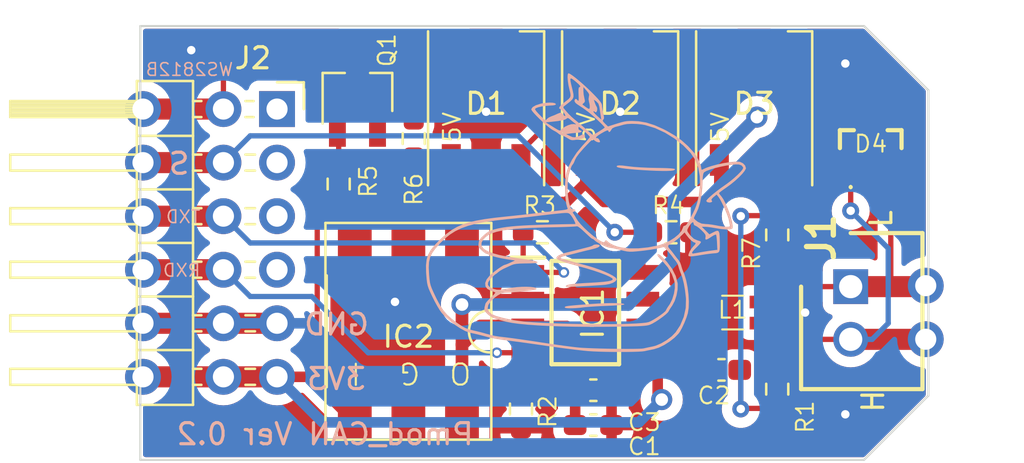
<source format=kicad_pcb>
(kicad_pcb (version 20240108) (generator "pcbnew") (generator_version "8.0")
  (layers (0 "F.Cu" signal) (31 "B.Cu" signal) (34 "B.Paste" user) (35 "F.Paste" user) (36 "B.SilkS" user "B.Silkscreen") (37 "F.SilkS" user "F.Silkscreen") (38 "B.Mask" user) (39 "F.Mask" user) (44 "Edge.Cuts" user))
  (net 0 "")
  (net 1 "GND")
  (net 2 "/+5V")
  (net 3 "Net-(D1-DOUT)")
  (net 4 "Net-(D1-DIN)")
  (net 5 "Net-(D2-DOUT)")
  (net 7 "Net-(IC1-TXD)")
  (net 8 "Net-(IC1-RXD)")
  (net 9 "+3V3")
  (net 10 "Net-(IC1-CANL)")
  (net 11 "Net-(IC1-CANH)")
  (net 12 "Net-(IC1-S)")
  (net 13 "Net-(C2-Pad1)")
  (net 14 "Net-(J4-Pin_2)")
  (net 15 "Net-(J4-Pin_1)")
  (net 18 "Net-(Q1-B)")
  (net 21 "Net-(J2-Pin_7)")
  (footprint "SamacSys_Parts:SOIC127P600X175-8N" (layer "F.Cu") (at 154.178 101.473)
    (property "Reference" "IC1" (at 0.3556 0.0508 90) (layer "F.SilkS"))
    (property "Value" "TJA1441AT" (hide yes))
    (pad "1" smd rect (at -2.725 -1.905 90) (size 0.7 1.55) (layers "F.Cu" "F.Paste" "F.Mask") (net 7 "Net-(IC1-TXD)"))
    (pad "2" smd rect (at -2.725 -0.635 90) (size 0.7 1.55) (layers "F.Cu" "F.Paste" "F.Mask") (net 1 "GND"))
    (pad "3" smd rect (at -2.725 0.635 90) (size 0.7 1.55) (layers "F.Cu" "F.Paste" "F.Mask") (net 2 "/+5V"))
    (pad "4" smd rect (at -2.725 1.905 90) (size 0.7 1.55) (layers "F.Cu" "F.Paste" "F.Mask") (net 8 "Net-(IC1-RXD)"))
    (pad "5" smd rect (at 2.725 1.905 90) (size 0.7 1.55) (layers "F.Cu" "F.Paste" "F.Mask") (net 9 "+3V3"))
    (pad "6" smd rect (at 2.725 0.635 90) (size 0.7 1.55) (layers "F.Cu" "F.Paste" "F.Mask") (net 10 "Net-(IC1-CANL)"))
    (pad "7" smd rect (at 2.725 -0.635 90) (size 0.7 1.55) (layers "F.Cu" "F.Paste" "F.Mask") (net 11 "Net-(IC1-CANH)"))
    (pad "8" smd rect (at 2.725 -1.905 90) (size 0.7 1.55) (layers "F.Cu" "F.Paste" "F.Mask") (net 12 "Net-(IC1-S)"))
  )
  (footprint "MyLibrary:Pmod" (layer "F.Cu") (at 139.573 91.821)
    (property "Reference" "J2" (at -1.143 -2.413 0) (layer "F.SilkS"))
    (property "Value" "Pmod_Header" (hide yes))
    (pad "1" thru_hole rect (at 0 0) (size 1.7 1.7) (drill 1) (layers "*.Cu" "*.Mask"))
    (pad "2" thru_hole oval (at 0 2.54) (size 1.7 1.7) (drill 1) (layers "*.Cu" "*.Mask"))
    (pad "3" thru_hole oval (at 0 5.08) (size 1.7 1.7) (drill 1) (layers "*.Cu" "*.Mask"))
    (pad "4" thru_hole oval (at 0 7.62) (size 1.7 1.7) (drill 1) (layers "*.Cu" "*.Mask"))
    (pad "5" thru_hole oval (at 0 10.16) (size 1.7 1.7) (drill 1) (layers "*.Cu" "*.Mask") (net 1 "GND"))
    (pad "6" thru_hole oval (at 0 12.7) (size 1.7 1.7) (drill 1) (layers "*.Cu" "*.Mask") (net 9 "+3V3"))
    (pad "7" thru_hole oval (at -2.54 0) (size 1.7 1.7) (drill 1) (layers "*.Cu" "*.Mask") (net 21 "Net-(J2-Pin_7)"))
    (pad "8" thru_hole oval (at -2.54 2.54) (size 1.7 1.7) (drill 1) (layers "*.Cu" "*.Mask") (net 12 "Net-(IC1-S)"))
    (pad "9" thru_hole oval (at -2.54 5.08) (size 1.7 1.7) (drill 1) (layers "*.Cu" "*.Mask") (net 7 "Net-(IC1-TXD)"))
    (pad "10" thru_hole oval (at -2.54 7.62) (size 1.7 1.7) (drill 1) (layers "*.Cu" "*.Mask") (net 8 "Net-(IC1-RXD)"))
    (pad "11" thru_hole oval (at -2.54 10.16) (size 1.7 1.7) (drill 1) (layers "*.Cu" "*.Mask") (net 1 "GND"))
    (pad "12" thru_hole oval (at -2.54 12.7) (size 1.7 1.7) (drill 1) (layers "*.Cu" "*.Mask") (net 9 "+3V3"))
  )
  (footprint "Resistor_SMD:R_0603_1608Metric_Pad0.98x0.95mm_HandSolder" (layer "F.Cu") (at 163.2712 97.79 90)
    (property "Reference" "R7" (at -0.889 -1.2192 -90) (layer "F.SilkS") (effects (font (size 0.8 0.8) (thickness 0.1))))
    (property "Value" "60.4")
    (pad "1" smd roundrect (at -0.9125 0 90) (size 0.975 0.95) (layers "F.Cu" "F.Paste" "F.Mask") (net 15 "Net-(J4-Pin_1)"))
    (pad "2" smd roundrect (at 0.9125 0 90) (size 0.975 0.95) (layers "F.Cu" "F.Paste" "F.Mask") (net 13 "Net-(C2-Pad1)"))
  )
  (footprint "Capacitor_SMD:C_0603_1608Metric_Pad1.08x0.95mm_HandSolder" (layer "F.Cu") (at 154.559 106.807 180)
    (property "Reference" "C1" (at -2.413 -1.016 180) (layer "F.SilkS") (effects (font (size 0.8 0.8) (thickness 0.1))))
    (property "Value" "0.1u")
    (pad "1" smd roundrect (at -0.8625 0 180) (size 1.075 0.95) (layers "F.Cu" "F.Paste" "F.Mask") (net 1 "GND"))
    (pad "2" smd roundrect (at 0.8625 0 180) (size 1.075 0.95) (layers "F.Cu" "F.Paste" "F.Mask") (net 2 "/+5V"))
  )
  (footprint "Capacitor_SMD:C_0603_1608Metric_Pad1.08x0.95mm_HandSolder" (layer "F.Cu") (at 160.6296 104.1908 180)
    (property "Reference" "C2" (at 0.3556 -1.2192 180) (layer "F.SilkS") (effects (font (size 0.8 0.8) (thickness 0.1))))
    (property "Value" "4.7n")
    (pad "1" smd roundrect (at -0.8625 0 180) (size 1.075 0.95) (layers "F.Cu" "F.Paste" "F.Mask") (net 13 "Net-(C2-Pad1)"))
    (pad "2" smd roundrect (at 0.8625 0 180) (size 1.075 0.95) (layers "F.Cu" "F.Paste" "F.Mask") (net 1 "GND"))
  )
  (footprint "LED_SMD:LED_WS2812B_PLCC4_5.0x5.0mm_P3.2mm" (layer "F.Cu") (at 162.178 91.784 90)
    (property "Reference" "D3" (at 0.217 0.001 180) (layer "F.SilkS"))
    (property "Value" "WS2812B")
    (pad "1" smd rect (at -2.45 -1.65 90) (size 1.5 0.9) (layers "F.Cu" "F.Paste" "F.Mask") (net 2 "/+5V"))
    (pad "2" smd rect (at -2.45 1.65 90) (size 1.5 0.9) (layers "F.Cu" "F.Paste" "F.Mask"))
    (pad "3" smd rect (at 2.45 1.65 90) (size 1.5 0.9) (layers "F.Cu" "F.Paste" "F.Mask") (net 1 "GND"))
    (pad "4" smd rect (at 2.45 -1.65 90) (size 1.5 0.9) (layers "F.Cu" "F.Paste" "F.Mask") (net 5 "Net-(D2-DOUT)"))
  )
  (footprint "Resistor_SMD:R_0603_1608Metric_Pad0.98x0.95mm_HandSolder" (layer "F.Cu") (at 142.494 95.377 90)
    (property "Reference" "R5" (at 0.127 1.397 -90) (layer "F.SilkS") (effects (font (size 0.8 0.8) (thickness 0.1))))
    (property "Value" "4.7k")
    (pad "1" smd roundrect (at -0.9125 0 90) (size 0.975 0.95) (layers "F.Cu" "F.Paste" "F.Mask") (net 9 "+3V3"))
    (pad "2" smd roundrect (at 0.9125 0 90) (size 0.975 0.95) (layers "F.Cu" "F.Paste" "F.Mask") (net 18 "Net-(Q1-B)"))
  )
  (footprint "Resistor_SMD:R_0603_1608Metric_Pad0.98x0.95mm_HandSolder" (layer "F.Cu") (at 151.13 106.045 -90)
    (property "Reference" "R2" (at 0.127 -1.27 90) (layer "F.SilkS") (effects (font (size 0.8 0.8) (thickness 0.1))))
    (property "Value" "4.7k")
    (pad "1" smd roundrect (at -0.9125 0 270) (size 0.975 0.95) (layers "F.Cu" "F.Paste" "F.Mask") (net 8 "Net-(IC1-RXD)"))
    (pad "2" smd roundrect (at 0.9125 0 270) (size 0.975 0.95) (layers "F.Cu" "F.Paste" "F.Mask") (net 1 "GND"))
  )
  (footprint "Resistor_SMD:R_0603_1608Metric_Pad0.98x0.95mm_HandSolder" (layer "F.Cu") (at 163.2712 105.1052 90)
    (property "Reference" "R1" (at -1.3208 1.3208 -90) (layer "F.SilkS") (effects (font (size 0.8 0.8) (thickness 0.1))))
    (property "Value" "60.4")
    (pad "1" smd roundrect (at -0.9125 0 90) (size 0.975 0.95) (layers "F.Cu" "F.Paste" "F.Mask") (net 13 "Net-(C2-Pad1)"))
    (pad "2" smd roundrect (at 0.9125 0 90) (size 0.975 0.95) (layers "F.Cu" "F.Paste" "F.Mask") (net 14 "Net-(J4-Pin_2)"))
  )
  (footprint "LED_SMD:LED_WS2812B_PLCC4_5.0x5.0mm_P3.2mm" (layer "F.Cu") (at 155.828 91.784 90)
    (property "Reference" "D2" (at 0.217 0.001 180) (layer "F.SilkS"))
    (property "Value" "WS2812B")
    (pad "1" smd rect (at -2.45 -1.65 90) (size 1.5 0.9) (layers "F.Cu" "F.Paste" "F.Mask") (net 2 "/+5V"))
    (pad "2" smd rect (at -2.45 1.65 90) (size 1.5 0.9) (layers "F.Cu" "F.Paste" "F.Mask") (net 5 "Net-(D2-DOUT)"))
    (pad "3" smd rect (at 2.45 1.65 90) (size 1.5 0.9) (layers "F.Cu" "F.Paste" "F.Mask") (net 1 "GND"))
    (pad "4" smd rect (at 2.45 -1.65 90) (size 1.5 0.9) (layers "F.Cu" "F.Paste" "F.Mask") (net 3 "Net-(D1-DOUT)"))
  )
  (footprint "samacsys:SDCW32162222TF" (layer "F.Cu") (at 161.163 101.473)
    (property "Reference" "L1" (at 0 -0.127 0) (layer "F.SilkS") (effects (font (size 0.8 0.8) (thickness 0.1))))
    (property "Value" "SDCW3216-2-222TF" (hide yes))
    (pad "1" smd rect (at -1.325 0.5 90) (size 0.6 1.05) (layers "F.Cu" "F.Paste" "F.Mask") (net 10 "Net-(IC1-CANL)"))
    (pad "2" smd rect (at 1.325 0.5 90) (size 0.6 1.05) (layers "F.Cu" "F.Paste" "F.Mask") (net 14 "Net-(J4-Pin_2)"))
    (pad "3" smd rect (at 1.325 -0.5 90) (size 0.6 1.05) (layers "F.Cu" "F.Paste" "F.Mask") (net 15 "Net-(J4-Pin_1)"))
    (pad "4" smd rect (at -1.325 -0.5 90) (size 0.6 1.05) (layers "F.Cu" "F.Paste" "F.Mask") (net 11 "Net-(IC1-CANH)"))
  )
  (footprint "samacsys:SM24CANB02HTG" (layer "F.Cu") (at 167.701 93.472)
    (property "Reference" "D4" (at 0 0 0) (layer "F.SilkS") (effects (font (size 0.8 0.8) (thickness 0.1))))
    (property "Value" "SM24CANB-02HTG" (hide yes))
    (pad "1" smd rect (at -0.95 1.145) (size 0.78 0.78) (layers "F.Cu" "F.Paste" "F.Mask") (net 14 "Net-(J4-Pin_2)"))
    (pad "2" smd rect (at 0.95 1.145) (size 0.78 0.78) (layers "F.Cu" "F.Paste" "F.Mask") (net 15 "Net-(J4-Pin_1)"))
    (pad "3" smd rect (at 0 -1.145) (size 0.78 0.78) (layers "F.Cu" "F.Paste" "F.Mask") (net 1 "GND"))
  )
  (footprint "Connector_PinHeader_2.54mm:PinHeader_1x02_P2.54mm_Vertical" (layer "F.Cu") (at 170.307 100.198)
    (property "Reference" "J4" (hide yes))
    (property "Value" "Conn_01x02")
    (pad "1" thru_hole circle (at 0 0) (size 1.7 1.7) (drill 1) (layers "*.Cu" "*.Mask") (net 15 "Net-(J4-Pin_1)"))
    (pad "2" thru_hole oval (at 0 2.54) (size 1.7 1.7) (drill 1) (layers "*.Cu" "*.Mask") (net 14 "Net-(J4-Pin_2)"))
  )
  (footprint "SamacSys_Parts:SHDR2W64P0X250_1X2_740X575X700P" (layer "F.Cu") (at 166.751 100.243 -90)
    (property "Reference" "J1" (at -2.326 1.397 90) (layer "F.SilkS") (effects (font (size 1.27 1.27) (thickness 0.254))))
    (property "Value" "B2B-XH-A_LF__SN_" (hide yes))
    (pad "1" thru_hole rect (at 0 0 270) (size 1.65 1.65) (drill 1.1) (layers "*.Cu" "*.Mask") (net 15 "Net-(J4-Pin_1)"))
    (pad "2" thru_hole circle (at 2.5 0 270) (size 1.65 1.65) (drill 1.1) (layers "*.Cu" "*.Mask") (net 14 "Net-(J4-Pin_2)"))
  )
  (footprint "LED_SMD:LED_WS2812B_PLCC4_5.0x5.0mm_P3.2mm" (layer "F.Cu") (at 149.478 91.784 90)
    (property "Reference" "D1" (at 0.217 0 180) (layer "F.SilkS"))
    (property "Value" "WS2812B")
    (pad "1" smd rect (at -2.45 -1.65 90) (size 1.5 0.9) (layers "F.Cu" "F.Paste" "F.Mask") (net 2 "/+5V"))
    (pad "2" smd rect (at -2.45 1.65 90) (size 1.5 0.9) (layers "F.Cu" "F.Paste" "F.Mask") (net 3 "Net-(D1-DOUT)"))
    (pad "3" smd rect (at 2.45 1.65 90) (size 1.5 0.9) (layers "F.Cu" "F.Paste" "F.Mask") (net 1 "GND"))
    (pad "4" smd rect (at 2.45 -1.65 90) (size 1.5 0.9) (layers "F.Cu" "F.Paste" "F.Mask") (net 4 "Net-(D1-DIN)"))
  )
  (footprint "Resistor_SMD:R_0603_1608Metric_Pad0.98x0.95mm_HandSolder" (layer "F.Cu") (at 146.05 93.218 -90)
    (property "Reference" "R6" (at 2.413 0 90) (layer "F.SilkS") (effects (font (size 0.8 0.8) (thickness 0.1))))
    (property "Value" "10k")
    (pad "1" smd roundrect (at -0.9125 0 270) (size 0.975 0.95) (layers "F.Cu" "F.Paste" "F.Mask") (net 4 "Net-(D1-DIN)"))
    (pad "2" smd roundrect (at 0.9125 0 270) (size 0.975 0.95) (layers "F.Cu" "F.Paste" "F.Mask") (net 2 "/+5V"))
  )
  (footprint "Resistor_SMD:R_0603_1608Metric_Pad0.98x0.95mm_HandSolder" (layer "F.Cu") (at 158.242 97.663)
    (property "Reference" "R4" (at -0.127 -1.27 0) (layer "F.SilkS") (effects (font (size 0.8 0.8) (thickness 0.1))))
    (property "Value" "4.7k")
    (pad "1" smd roundrect (at -0.9125 0) (size 0.975 0.95) (layers "F.Cu" "F.Paste" "F.Mask") (net 12 "Net-(IC1-S)"))
    (pad "2" smd roundrect (at 0.9125 0) (size 0.975 0.95) (layers "F.Cu" "F.Paste" "F.Mask") (net 1 "GND"))
  )
  (footprint "Capacitor_SMD:C_0603_1608Metric_Pad1.08x0.95mm_HandSolder" (layer "F.Cu") (at 154.559 105.156 180)
    (property "Reference" "C3" (at -2.413 -1.524 180) (layer "F.SilkS") (effects (font (size 0.8 0.8) (thickness 0.1))))
    (property "Value" "10u")
    (pad "1" smd roundrect (at -0.8625 0 180) (size 1.075 0.95) (layers "F.Cu" "F.Paste" "F.Mask") (net 1 "GND"))
    (pad "2" smd roundrect (at 0.8625 0 180) (size 1.075 0.95) (layers "F.Cu" "F.Paste" "F.Mask") (net 2 "/+5V"))
  )
  (footprint "Connector_PinHeader_2.54mm:PinHeader_1x06_P2.54mm_Vertical" (layer "F.Cu") (at 133.223 91.821)
    (property "Reference" "J3" (hide yes))
    (property "Value" "Conn_01x06")
    (pad "1" thru_hole circle (at 0 0) (size 1.7 1.7) (drill 1) (layers "*.Cu" "*.Mask") (net 21 "Net-(J2-Pin_7)"))
    (pad "2" thru_hole oval (at 0 2.54) (size 1.7 1.7) (drill 1) (layers "*.Cu" "*.Mask") (net 12 "Net-(IC1-S)"))
    (pad "3" thru_hole oval (at 0 5.08) (size 1.7 1.7) (drill 1) (layers "*.Cu" "*.Mask") (net 7 "Net-(IC1-TXD)"))
    (pad "4" thru_hole oval (at 0 7.62) (size 1.7 1.7) (drill 1) (layers "*.Cu" "*.Mask") (net 8 "Net-(IC1-RXD)"))
    (pad "5" thru_hole oval (at 0 10.16) (size 1.7 1.7) (drill 1) (layers "*.Cu" "*.Mask") (net 1 "GND"))
    (pad "6" thru_hole oval (at 0 12.7) (size 1.7 1.7) (drill 1) (layers "*.Cu" "*.Mask") (net 9 "+3V3"))
  )
  (footprint "Package_TO_SOT_SMD:SC-59_Handsoldering" (layer "F.Cu") (at 143.383 91.059 90)
    (property "Reference" "Q1" (at 2.031 1.397 -90) (layer "F.SilkS") (effects (font (size 0.8 0.8) (thickness 0.1))))
    (property "Value" "Q_NPN_BEC")
    (pad "1" smd rect (at -1.65 -0.95 90) (size 1.8 0.8) (layers "F.Cu" "F.Paste" "F.Mask") (net 18 "Net-(Q1-B)"))
    (pad "2" smd rect (at -1.65 0.95 90) (size 1.8 0.8) (layers "F.Cu" "F.Paste" "F.Mask") (net 21 "Net-(J2-Pin_7)"))
    (pad "3" smd rect (at 1.65 0 90) (size 1.8 0.8) (layers "F.Cu" "F.Paste" "F.Mask") (net 4 "Net-(D1-DIN)"))
  )
  (footprint "Resistor_SMD:R_0603_1608Metric_Pad0.98x0.95mm_HandSolder" (layer "F.Cu") (at 152.146 97.663)
    (property "Reference" "R3" (at -0.127 -1.27 0) (layer "F.SilkS") (effects (font (size 0.8 0.8) (thickness 0.1))))
    (property "Value" "4.7k")
    (pad "1" smd roundrect (at -0.9125 0) (size 0.975 0.95) (layers "F.Cu" "F.Paste" "F.Mask") (net 7 "Net-(IC1-TXD)"))
    (pad "2" smd roundrect (at 0.9125 0) (size 0.975 0.95) (layers "F.Cu" "F.Paste" "F.Mask") (net 1 "GND"))
  )
  (footprint "Library:AE-XC9306-5V0" (layer "F.Cu") (at 145.796 102.362 -90)
    (property "Reference" "IC2" (at 0.254 0 180) (layer "F.SilkS"))
    (property "Value" "AE_XC9306-5V0")
    (fp_text user "I" (at 2.667 2.794 0) (layer "F.SilkS") (effects (font (thickness 0.1)) (justify left bottom)))
    (fp_text user "G" (at 1.397 -0.635 180) (layer "F.SilkS") (effects (font (thickness 0.1)) (justify left bottom)))
    (fp_text user "O" (at 1.397 -3.048 180) (layer "F.SilkS") (effects (font (thickness 0.1)) (justify left bottom)))
    (pad "1" smd rect (at 4.045 -2.54 270) (size 2.07 1.6) (layers "F.Cu" "F.Paste" "F.Mask") (net 2 "/+5V"))
    (pad "2" smd rect (at 4.045 0 270) (size 2.07 1.6) (layers "F.Cu" "F.Paste" "F.Mask") (net 1 "GND"))
    (pad "3" smd rect (at 4.045 2.54 270) (size 2.07 1.6) (layers "F.Cu" "F.Paste" "F.Mask") (net 9 "+3V3"))
    (pad "4" smd rect (at -4.045 2.54 270) (size 2.07 1.6) (layers "F.Cu" "F.Paste" "F.Mask"))
    (pad "5" smd rect (at -4.045 0 270) (size 2.07 1.6) (layers "F.Cu" "F.Paste" "F.Mask") (net 1 "GND"))
    (pad "6" smd rect (at -4.045 -2.54 270) (size 2.07 1.6) (layers "F.Cu" "F.Paste" "F.Mask"))
  )
  (footprint "logo:logo_kamo" (layer "B.Cu") (at 154.305 97.536 180)
    (property "Reference" "G***" (hide yes))
    (property "Value" "LOGO" (hide yes))
  )
  (gr_line (start 167.386 87.884) (end 170.434 90.932) (stroke (width 0.1)) (layer "Edge.Cuts"))
  (gr_line (start 170.434 90.932) (end 170.434 105.41) (stroke (width 0.1)) (layer "Edge.Cuts"))
  (gr_line (start 133.096 108.458) (end 133.096 87.884) (stroke (width 0.1)) (layer "Edge.Cuts"))
  (gr_line (start 167.386 108.458) (end 133.096 108.458) (stroke (width 0.1)) (layer "Edge.Cuts"))
  (gr_line (start 167.386 108.458) (end 170.434 105.41) (stroke (width 0.1)) (layer "Edge.Cuts"))
  (gr_line (start 133.096 87.884) (end 167.386 87.884) (stroke (width 0.1)) (layer "Edge.Cuts"))
  (gr_text "3V3" (at 143.8656 105.2068 0) (layer "B.SilkS") (effects (font (size 1 1)) (justify left bottom mirror)))
  (gr_text "Pmod_CAN Ver 0.2" (at 148.971 107.823 0) (layer "B.SilkS") (effects (font (size 1 1)) (justify left bottom mirror)))
  (gr_text "S" (at 135.509 94.996 0) (layer "B.SilkS") (effects (font (size 1 1)) (justify left bottom mirror)))
  (gr_text "WS2812B" (at 137.541 90.297 0) (layer "B.SilkS") (effects (font (size 0.6 0.6) (thickness 0.075)) (justify left bottom mirror)))
  (gr_text "RXD" (at 135.990071 99.821 0) (layer "B.SilkS") (effects (font (size 0.6 0.6) (thickness 0.075)) (justify left bottom mirror)))
  (gr_text "TXD" (at 135.990071 97.281 0) (layer "B.SilkS") (effects (font (size 0.6 0.6) (thickness 0.075)) (justify left bottom mirror)))
  (gr_text "GND" (at 144.018 102.616 0) (layer "B.SilkS") (effects (font (size 1 1)) (justify left bottom mirror)))
  (gr_text "5V" (at 161.036 93.472 90) (layer "F.SilkS") (effects (font (size 0.8 0.8) (thickness 0.1)) (justify left bottom)))
  (gr_text "5V" (at 148.336 93.472 90) (layer "F.SilkS") (effects (font (size 0.8 0.8) (thickness 0.1)) (justify left bottom)))
  (gr_text "5V" (at 154.686 93.472 90) (layer "F.SilkS") (effects (font (size 0.8 0.8) (thickness 0.1)) (justify left bottom)))
  (gr_text "H" (at 168.402 106.299 90) (layer "F.SilkS") (effects (font (size 1 1)) (justify left bottom)))
  (gr_text "L" (at 168.783 97.536 90) (layer "F.SilkS") (effects (font (size 1 1)) (justify left bottom)))
  (segment (start 137.033 101.981) (end 133.596 101.981) (width 1) (layer "F.Cu") (net 1))
  (segment (start 137.033 101.981) (end 139.573 101.981) (width 1) (layer "F.Cu") (net 1))
  (via (at 135.509 89.027) (size 0.8) (drill 0.4) (layers "F.Cu" "B.Cu") (net 1))
  (via (at 155.829 91.948) (size 0.8) (drill 0.4) (layers "F.Cu" "B.Cu") (net 1))
  (via (at 145.161 100.965) (size 0.8) (drill 0.4) (layers "F.Cu" "B.Cu") (net 1))
  (via (at 149.479 91.948) (size 0.8) (drill 0.4) (layers "F.Cu" "B.Cu") (net 1))
  (via (at 164.592 101.473) (size 0.8) (drill 0.4) (layers "F.Cu" "B.Cu") (net 1))
  (via (at 166.497 89.662) (size 0.8) (drill 0.4) (layers "F.Cu" "B.Cu") (net 1))
  (via (at 166.497 106.299) (size 0.8) (drill 0.4) (layers "F.Cu" "B.Cu") (net 1))
  (segment (start 153.288 96.229) (end 154.178 95.339) (width 0.5) (layer "F.Cu") (net 2))
  (segment (start 148.336 102.997) (end 149.225 102.108) (width 0.6) (layer "F.Cu") (net 2))
  (segment (start 151.453 102.108) (end 153.289 102.108) (width 0.5) (layer "F.Cu") (net 2))
  (segment (start 154.178 95.339) (end 154.178 95.341) (width 0.5) (layer "F.Cu") (net 2))
  (segment (start 146.1535 94.234) (end 146.05 94.1305) (width 0.5) (layer "F.Cu") (net 2))
  (segment (start 160.528 95.593) (end 160.528 94.234) (width 0.5) (layer "F.Cu") (net 2))
  (segment (start 149.225 102.108) (end 151.453 102.108) (width 0.6) (layer "F.Cu") (net 2))
  (segment (start 148.68 96.229) (end 153.288 96.229) (width 0.5) (layer "F.Cu") (net 2))
  (segment (start 154.178 95.341) (end 155.066 96.229) (width 0.5) (layer "F.Cu") (net 2))
  (segment (start 148.336 106.661) (end 148.336 102.997) (width 0.6) (layer "F.Cu") (net 2))
  (segment (start 153.6965 102.5155) (end 153.6965 105.156) (width 0.5) (layer "F.Cu") (net 2))
  (segment (start 159.892 96.229) (end 160.528 95.593) (width 0.5) (layer "F.Cu") (net 2))
  (segment (start 160.528 93.98) (end 160.528 94.234) (width 0.6) (layer "F.Cu") (net 2))
  (segment (start 153.6965 105.156) (end 153.6965 106.807) (width 0.5) (layer "F.Cu") (net 2))
  (segment (start 162.306 92.202) (end 160.528 93.98) (width 0.6) (layer "F.Cu") (net 2))
  (segment (start 147.828 94.234) (end 147.828 95.377) (width 0.5) (layer "F.Cu") (net 2))
  (segment (start 155.066 96.229) (end 159.892 96.229) (width 0.5) (layer "F.Cu") (net 2))
  (segment (start 153.289 102.108) (end 153.6965 102.5155) (width 0.5) (layer "F.Cu") (net 2))
  (segment (start 147.828 94.234) (end 146.1535 94.234) (width 0.5) (layer "F.Cu") (net 2))
  (segment (start 148.336 102.997) (end 148.336 101.092) (width 0.6) (layer "F.Cu") (net 2))
  (segment (start 154.178 95.339) (end 154.178 94.234) (width 0.5) (layer "F.Cu") (net 2))
  (segment (start 147.828 95.377) (end 148.68 96.229) (width 0.5) (layer "F.Cu") (net 2))
  (via (at 162.306 92.202) (size 1) (drill 0.6) (layers "F.Cu" "B.Cu") (net 2))
  (via (at 148.336 101.092) (size 1) (drill 0.6) (layers "F.Cu" "B.Cu") (net 2))
  (segment (start 158.369 96.139) (end 162.306 92.202) (width 0.6) (layer "B.Cu") (net 2))
  (segment (start 156.21 101.092) (end 158.369 98.933) (width 0.6) (layer "B.Cu") (net 2))
  (segment (start 148.336 101.092) (end 156.21 101.092) (width 0.6) (layer "B.Cu") (net 2))
  (segment (start 158.369 98.933) (end 158.369 96.139) (width 0.6) (layer "B.Cu") (net 2))
  (segment (start 154.178 90.767) (end 154.178 89.334) (width 0.25) (layer "F.Cu") (net 3))
  (segment (start 151.128 93.817) (end 154.178 90.767) (width 0.25) (layer "F.Cu") (net 3))
  (segment (start 146.05 92.3055) (end 146.05 89.409) (width 0.25) (layer "F.Cu") (net 4))
  (segment (start 146.05 89.409) (end 147.753 89.409) (width 0.25) (layer "F.Cu") (net 4))
  (segment (start 147.753 89.409) (end 147.828 89.334) (width 0.25) (layer "F.Cu") (net 4))
  (segment (start 143.383 89.409) (end 146.05 89.409) (width 0.25) (layer "F.Cu") (net 4))
  (segment (start 157.478 93.944) (end 160.528 90.894) (width 0.25) (layer "F.Cu") (net 5))
  (segment (start 160.528 90.894) (end 160.528 89.334) (width 0.25) (layer "F.Cu") (net 5))
  (segment (start 137.033 96.901) (end 133.596 96.901) (width 1) (layer "F.Cu") (net 7))
  (segment (start 151.2335 99.3485) (end 151.2335 97.79) (width 0.25) (layer "F.Cu") (net 7))
  (segment (start 153.162 99.568) (end 151.453 99.568) (width 0.25) (layer "F.Cu") (net 7))
  (via (at 153.162 99.568) (size 0.5) (drill 0.3) (layers "F.Cu" "B.Cu") (net 7))
  (segment (start 153.162 99.568) (end 151.765 98.171) (width 0.25) (layer "B.Cu") (net 7))
  (segment (start 138.303 98.171) (end 137.033 96.901) (width 0.25) (layer "B.Cu") (net 7))
  (segment (start 151.765 98.171) (end 138.303 98.171) (width 0.25) (layer "B.Cu") (net 7))
  (segment (start 151.13 103.701) (end 151.453 103.378) (width 0.25) (layer "F.Cu") (net 8))
  (segment (start 137.033 99.441) (end 133.596 99.441) (width 1) (layer "F.Cu") (net 8))
  (segment (start 151.13 105.1325) (end 151.13 103.701) (width 0.25) (layer "F.Cu") (net 8))
  (segment (start 149.987 103.378) (end 151.453 103.378) (width 0.25) (layer "F.Cu") (net 8))
  (via (at 149.987 103.378) (size 0.5) (drill 0.3) (layers "F.Cu" "B.Cu") (net 8))
  (segment (start 143.891 103.378) (end 141.224 100.711) (width 0.25) (layer "B.Cu") (net 8))
  (segment (start 149.987 103.378) (end 143.891 103.378) (width 0.25) (layer "B.Cu") (net 8))
  (segment (start 141.224 100.711) (end 138.303 100.711) (width 0.25) (layer "B.Cu") (net 8))
  (segment (start 138.303 100.711) (end 137.033 99.441) (width 0.25) (layer "B.Cu") (net 8))
  (segment (start 157.607 105.41) (end 157.607 104.082) (width 0.5) (layer "F.Cu") (net 9))
  (segment (start 141.478 104.159) (end 141.478 97.3055) (width 0.25) (layer "F.Cu") (net 9))
  (segment (start 141.478 97.3055) (end 142.24 96.5435) (width 0.25) (layer "F.Cu") (net 9))
  (segment (start 137.033 104.521) (end 133.596 104.521) (width 1) (layer "F.Cu") (net 9))
  (segment (start 142.24 96.5435) (end 142.494 96.5435) (width 0.25) (layer "F.Cu") (net 9))
  (segment (start 157.607 104.082) (end 156.903 103.378) (width 0.5) (layer "F.Cu") (net 9))
  (segment (start 139.573 104.521) (end 141.116 104.521) (width 0.5) (layer "F.Cu") (net 9))
  (segment (start 141.116 104.521) (end 143.256 106.661) (width 0.5) (layer "F.Cu") (net 9))
  (segment (start 137.033 104.521) (end 139.573 104.521) (width 1) (layer "F.Cu") (net 9))
  (segment (start 141.116 104.521) (end 141.478 104.159) (width 0.25) (layer "F.Cu") (net 9))
  (segment (start 157.7975 105.6005) (end 157.607 105.41) (width 0.5) (layer "F.Cu") (net 9))
  (via (at 157.7975 105.6005) (size 1) (drill 0.6) (layers "F.Cu" "B.Cu") (net 9))
  (segment (start 156.718 106.68) (end 141.732 106.68) (width 0.5) (layer "B.Cu") (net 9))
  (segment (start 141.732 106.68) (end 139.573 104.521) (width 0.5) (layer "B.Cu") (net 9))
  (segment (start 157.7975 105.6005) (end 156.718 106.68) (width 0.5) (layer "B.Cu") (net 9))
  (segment (start 159.703 102.108) (end 159.838 101.973) (width 0.25) (layer "F.Cu") (net 10))
  (segment (start 156.903 102.108) (end 159.703 102.108) (width 0.25) (layer "F.Cu") (net 10))
  (segment (start 159.703 100.838) (end 159.838 100.973) (width 0.25) (layer "F.Cu") (net 11))
  (segment (start 156.903 100.838) (end 159.703 100.838) (width 0.25) (layer "F.Cu") (net 11))
  (segment (start 156.903 98.0895) (end 157.3295 97.663) (width 0.25) (layer "F.Cu") (net 12))
  (segment (start 137.033 94.361) (end 133.596 94.361) (width 1) (layer "F.Cu") (net 12))
  (segment (start 156.903 99.568) (end 156.903 98.0895) (width 0.25) (layer "F.Cu") (net 12))
  (segment (start 155.575 97.663) (end 157.3295 97.663) (width 0.25) (layer "F.Cu") (net 12))
  (via (at 155.575 97.663) (size 0.8) (drill 0.4) (layers "F.Cu" "B.Cu") (net 12))
  (segment (start 138.303 93.091) (end 151.003 93.091) (width 0.25) (layer "B.Cu") (net 12))
  (segment (start 151.003 93.091) (end 155.575 97.663) (width 0.25) (layer "B.Cu") (net 12))
  (segment (start 137.033 94.361) (end 138.303 93.091) (width 0.25) (layer "B.Cu") (net 12))
  (segment (start 161.5675 96.8775) (end 161.544 96.901) (width 0.25) (layer "F.Cu") (net 13))
  (segment (start 161.544 106.045) (end 161.544 104.2427) (width 0.25) (layer "F.Cu") (net 13))
  (segment (start 163.2712 96.8775) (end 161.5675 96.8775) (width 0.25) (layer "F.Cu") (net 13))
  (segment (start 161.5713 106.0177) (end 161.544 106.045) (width 0.25) (layer "F.Cu") (net 13))
  (segment (start 163.2712 106.0177) (end 161.5713 106.0177) (width 0.25) (layer "F.Cu") (net 13))
  (segment (start 161.544 104.2427) (end 161.4921 104.1908) (width 0.25) (layer "F.Cu") (net 13))
  (via (at 161.544 96.901) (size 0.8) (drill 0.4) (layers "F.Cu" "B.Cu") (net 13))
  (via (at 161.544 106.045) (size 0.8) (drill 0.4) (layers "F.Cu" "B.Cu") (net 13))
  (segment (start 161.544 106.045) (end 161.544 96.901) (width 0.25) (layer "B.Cu") (net 13))
  (segment (start 162.933 101.973) (end 163.703 102.743) (width 0.25) (layer "F.Cu") (net 14))
  (segment (start 166.751 102.743) (end 170.304 102.743) (width 1) (layer "F.Cu") (net 14))
  (segment (start 163.703 102.743) (end 166.751 102.743) (width 0.25) (layer "F.Cu") (net 14))
  (segment (start 170.304 102.743) (end 170.309 102.738) (width 0.25) (layer "F.Cu") (net 14))
  (segment (start 162.488 101.973) (end 162.933 101.973) (width 0.25) (layer "F.Cu") (net 14))
  (segment (start 166.751 94.617) (end 166.751 96.647) (width 0.25) (layer "F.Cu") (net 14))
  (segment (start 163.2712 103.1748) (end 163.703 102.743) (width 0.25) (layer "F.Cu") (net 14))
  (segment (start 163.2712 104.1927) (end 163.2712 103.1748) (width 0.25) (layer "F.Cu") (net 14))
  (via (at 166.751 96.647) (size 0.8) (drill 0.4) (layers "F.Cu" "B.Cu") (net 14))
  (segment (start 168.529 101.981) (end 168.529 98.425) (width 0.25) (layer "B.Cu") (net 14))
  (segment (start 168.529 98.425) (end 166.751 96.647) (width 0.25) (layer "B.Cu") (net 14))
  (segment (start 167.767 102.743) (end 168.529 101.981) (width 0.25) (layer "B.Cu") (net 14))
  (segment (start 166.751 102.743) (end 167.767 102.743) (width 0.25) (layer "B.Cu") (net 14))
  (segment (start 162.488 100.973) (end 163.06 100.973) (width 0.25) (layer "F.Cu") (net 15))
  (segment (start 168.651 100.238) (end 168.656 100.243) (width 0.25) (layer "F.Cu") (net 15))
  (segment (start 170.264 100.243) (end 170.309 100.198) (width 0.25) (layer "F.Cu") (net 15))
  (segment (start 166.751 100.243) (end 169.889 100.243) (width 1) (layer "F.Cu") (net 15))
  (segment (start 163.06 100.973) (end 163.79 100.243) (width 0.25) (layer "F.Cu") (net 15))
  (segment (start 163.79 100.243) (end 166.751 100.243) (width 0.25) (layer "F.Cu") (net 15))
  (segment (start 169.889 100.243) (end 169.934 100.198) (width 1) (layer "F.Cu") (net 15))
  (segment (start 168.651 94.617) (end 168.651 100.238) (width 0.25) (layer "F.Cu") (net 15))
  (segment (start 163.2712 99.7242) (end 163.79 100.243) (width 0.25) (layer "F.Cu") (net 15))
  (segment (start 163.2712 98.7025) (end 163.2712 99.7242) (width 0.25) (layer "F.Cu") (net 15))
  (segment (start 142.494 92.77) (end 142.433 92.709) (width 0.25) (layer "F.Cu") (net 18))
  (segment (start 142.494 94.7185) (end 142.494 92.77) (width 0.25) (layer "F.Cu") (net 18))
  (segment (start 137.668 89.535) (end 140.843 89.535) (width 0.25) (layer "F.Cu") (net 21))
  (segment (start 137.033 90.17) (end 137.668 89.535) (width 0.25) (layer "F.Cu") (net 21))
  (segment (start 144.333 91.882) (end 144.333 92.709) (width 0.25) (layer "F.Cu") (net 21))
  (segment (start 137.033 91.821) (end 133.596 91.821) (width 1) (layer "F.Cu") (net 21))
  (segment (start 142.367 91.059) (end 143.51 91.059) (width 0.25) (layer "F.Cu") (net 21))
  (segment (start 137.033 91.821) (end 137.033 90.17) (width 0.25) (layer "F.Cu") (net 21))
  (segment (start 143.51 91.059) (end 144.333 91.882) (width 0.25) (layer "F.Cu") (net 21))
  (segment (start 140.843 89.535) (end 142.367 91.059) (width 0.25) (layer "F.Cu") (net 21))
  (zone (net 1) (net_name "GND") (layer "F.Cu") (connect_pads (clearance 0.5)) (min_thickness 0.25) (fill yes (thermal_gap 0.5) (thermal_bridge_width 0.5))
    (polygon (pts (xy 133.223 88.011) (xy 167.386 88.011) (xy 170.307 90.932) (xy 170.307 105.41) (xy 167.386 108.331) (xy 133.223 108.331)))
  )
  (zone (net 1) (net_name "GND") (layer "B.Cu") (connect_pads (clearance 0.5)) (min_thickness 0.25) (fill yes (thermal_gap 0.5) (thermal_bridge_width 0.5))
    (polygon (pts (xy 133.223 88.011) (xy 167.386 88.011) (xy 170.307 90.932) (xy 170.307 105.41) (xy 167.386 108.331) (xy 133.223 108.331)))
  )
)
</source>
